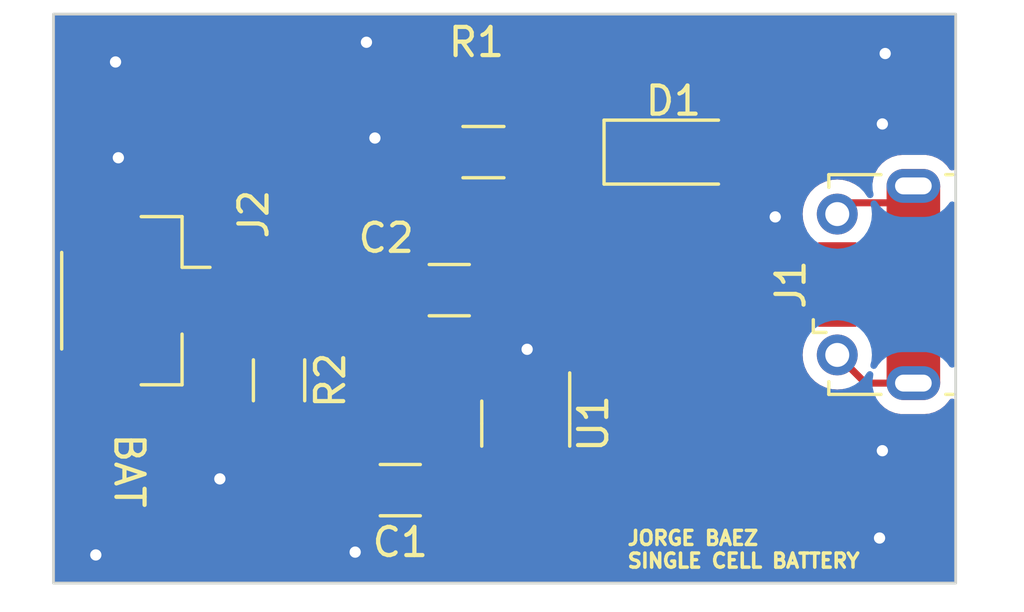
<source format=kicad_pcb>
(kicad_pcb (version 20221018) (generator pcbnew)
  (layers (0 "F.Cu" signal) (31 "B.Cu" signal) (34 "B.Paste" user) (35 "F.Paste" user) (36 "B.SilkS" user "B.Silkscreen") (37 "F.SilkS" user "F.Silkscreen") (38 "B.Mask" user) (39 "F.Mask" user) (44 "Edge.Cuts" user))
  (net 0 "")
  (net 1 "VBUS")
  (net 2 "GND")
  (net 3 "V_BATT")
  (net 4 "Net-(D1-K)")
  (net 8 "Net-(U1-STAT)")
  (net 9 "Net-(U1-PROG)")
  (net 10 "unconnected-(J1-Shield-Pad6)")
  (footprint "Connector_USB:USB_Micro-B_Molex-105017-0001" (layer "F.Cu") (at 166.5625 101.9 90)
    (fp_text reference "J1" (at 0 -3.1125 90) (layer "F.SilkS"))
    (fp_text value "USB_B_Micro")
    (fp_line (start -3.9 -1.7625) (end -3.45 -1.7625) (stroke (width 0.12)) (layer "F.SilkS"))
    (fp_line (start -3.9 0.0875) (end -3.9 -1.7625) (stroke (width 0.12)) (layer "F.SilkS"))
    (fp_line (start -3.9 2.6375) (end -3.9 2.3875) (stroke (width 0.12)) (layer "F.SilkS"))
    (fp_line (start -1.7 -2.3125) (end -1.7 -1.8625) (stroke (width 0.12)) (layer "F.SilkS"))
    (fp_line (start -1.7 -2.3125) (end -1.25 -2.3125) (stroke (width 0.12)) (layer "F.SilkS"))
    (fp_line (start 3.9 -1.7625) (end 3.45 -1.7625) (stroke (width 0.12)) (layer "F.SilkS"))
    (fp_line (start 3.9 0.0875) (end 3.9 -1.7625) (stroke (width 0.12)) (layer "F.SilkS"))
    (fp_line (start 3.9 2.6375) (end 3.9 2.3875) (stroke (width 0.12)) (layer "F.SilkS"))
    (pad "1" smd rect (at -1.3 -1.4625 90) (size 0.4 1.35) (layers "F.Cu" "F.Paste" "F.Mask") (net 1 "VBUS"))
    (pad "2" smd rect (at -0.65 -1.4625 90) (size 0.4 1.35) (layers "F.Cu" "F.Paste" "F.Mask"))
    (pad "3" smd rect (at 0 -1.4625 90) (size 0.4 1.35) (layers "F.Cu" "F.Paste" "F.Mask"))
    (pad "4" smd rect (at 0.65 -1.4625 90) (size 0.4 1.35) (layers "F.Cu" "F.Paste" "F.Mask"))
    (pad "5" smd rect (at 1.3 -1.4625 90) (size 0.4 1.35) (layers "F.Cu" "F.Paste" "F.Mask") (net 2 "GND"))
    (pad "6" thru_hole oval (at -3.5 1.2375 270) (size 1.2 1.9) (drill oval 0.6 1.3) (layers "*.Cu" "*.Mask") (net 10 "unconnected-(J1-Shield-Pad6)"))
    (pad "6" smd rect (at -2.9 1.2375 90) (size 1.2 1.9) (layers "F.Cu" "F.Mask") (net 10 "unconnected-(J1-Shield-Pad6)"))
    (pad "6" thru_hole circle (at -2.5 -1.4625 90) (size 1.45 1.45) (drill 0.85) (layers "*.Cu" "*.Mask") (net 10 "unconnected-(J1-Shield-Pad6)"))
    (pad "6" smd rect (at -1 1.2375 90) (size 1.5 1.9) (layers "F.Cu" "F.Paste" "F.Mask") (net 10 "unconnected-(J1-Shield-Pad6)"))
    (pad "6" smd rect (at 1 1.2375 90) (size 1.5 1.9) (layers "F.Cu" "F.Paste" "F.Mask") (net 10 "unconnected-(J1-Shield-Pad6)"))
    (pad "6" thru_hole circle (at 2.5 -1.4625 90) (size 1.45 1.45) (drill 0.85) (layers "*.Cu" "*.Mask") (net 10 "unconnected-(J1-Shield-Pad6)"))
    (pad "6" smd rect (at 2.9 1.2375 90) (size 1.2 1.9) (layers "F.Cu" "F.Mask") (net 10 "unconnected-(J1-Shield-Pad6)"))
    (pad "6" thru_hole oval (at 3.5 1.2375 90) (size 1.2 1.9) (drill oval 0.6 1.3) (layers "*.Cu" "*.Mask") (net 10 "unconnected-(J1-Shield-Pad6)"))
  )
  (footprint "Package_TO_SOT_SMD:SOT-23-5" (layer "F.Cu") (at 154.05 106.8375 -90)
    (fp_text reference "U1" (at 0 -2.4 90) (layer "F.SilkS"))
    (fp_text value "MCP73831-2-OT")
    (fp_line (start 0 -1.56) (end -1.8 -1.56) (stroke (width 0.12)) (layer "F.SilkS"))
    (fp_line (start 0 -1.56) (end 0.8 -1.56) (stroke (width 0.12)) (layer "F.SilkS"))
    (fp_line (start 0 1.56) (end -0.8 1.56) (stroke (width 0.12)) (layer "F.SilkS"))
    (fp_line (start 0 1.56) (end 0.8 1.56) (stroke (width 0.12)) (layer "F.SilkS"))
    (pad "1" smd roundrect (at -1.1375 -0.95 270) (size 1.325 0.6) (layers "F.Cu" "F.Paste" "F.Mask") (net 8 "Net-(U1-STAT)"))
    (pad "2" smd roundrect (at -1.1375 0 270) (size 1.325 0.6) (layers "F.Cu" "F.Paste" "F.Mask") (net 2 "GND"))
    (pad "3" smd roundrect (at -1.1375 0.95 270) (size 1.325 0.6) (layers "F.Cu" "F.Paste" "F.Mask") (net 3 "V_BATT"))
    (pad "4" smd roundrect (at 1.1375 0.95 270) (size 1.325 0.6) (layers "F.Cu" "F.Paste" "F.Mask") (net 1 "VBUS"))
    (pad "5" smd roundrect (at 1.1375 -0.95 270) (size 1.325 0.6) (layers "F.Cu" "F.Paste" "F.Mask") (net 9 "Net-(U1-PROG)"))
  )
  (footprint "Capacitor_SMD:C_1206_3216Metric_Pad1.33x1.80mm_HandSolder" (layer "F.Cu") (at 151.3375 102.1)
    (fp_text reference "C2" (at -2.2375 -1.85) (layer "F.SilkS"))
    (fp_text value "4.7uF")
    (fp_line (start -0.711252 -0.91) (end 0.711252 -0.91) (stroke (width 0.12)) (layer "F.SilkS"))
    (fp_line (start -0.711252 0.91) (end 0.711252 0.91) (stroke (width 0.12)) (layer "F.SilkS"))
    (pad "1" smd roundrect (at -1.5625 0) (size 1.325 1.8) (layers "F.Cu" "F.Paste" "F.Mask") (roundrect_rratio 0.188679) (net 3 "V_BATT"))
    (pad "2" smd roundrect (at 1.5625 0) (size 1.325 1.8) (layers "F.Cu" "F.Paste" "F.Mask") (roundrect_rratio 0.188679) (net 2 "GND"))
  )
  (footprint "Connector_JST:JST_GH_SM02B-GHS-TB_1x02-1MP_P1.25mm_Horizontal" (layer "F.Cu") (at 140.15 102.475 -90)
    (fp_text reference "J2" (at -3.075 -4.25 90) (layer "F.SilkS"))
    (fp_text value "Conn_01x02")
    (fp_line (start -2.985 -1.71) (end -1.185 -1.71) (stroke (width 0.12)) (layer "F.SilkS"))
    (fp_line (start -2.985 -0.26) (end -2.985 -1.71) (stroke (width 0.12)) (layer "F.SilkS"))
    (fp_line (start -1.715 2.56) (end 1.715 2.56) (stroke (width 0.12)) (layer "F.SilkS"))
    (fp_line (start -1.185 -1.71) (end -1.185 -2.7) (stroke (width 0.12)) (layer "F.SilkS"))
    (fp_line (start 2.985 -1.71) (end 1.185 -1.71) (stroke (width 0.12)) (layer "F.SilkS"))
    (fp_line (start 2.985 -0.26) (end 2.985 -1.71) (stroke (width 0.12)) (layer "F.SilkS"))
    (pad "1" smd roundrect (at -0.625 -1.85 270) (size 0.6 1.7) (layers "F.Cu" "F.Paste" "F.Mask") (net 3 "V_BATT"))
    (pad "2" smd roundrect (at 0.625 -1.85 270) (size 0.6 1.7) (layers "F.Cu" "F.Paste" "F.Mask") (net 2 "GND"))
    (pad "MP" smd roundrect (at -2.475 1.35 270) (size 1 2.7) (layers "F.Cu" "F.Paste" "F.Mask"))
    (pad "MP" smd roundrect (at 2.475 1.35 270) (size 1 2.7) (layers "F.Cu" "F.Paste" "F.Mask"))
  )
  (footprint "LED_SMD:LED_1206_3216Metric_Pad1.42x1.75mm_HandSolder" (layer "F.Cu") (at 159.2875 97.2)
    (fp_text reference "D1" (at 0 -1.82) (layer "F.SilkS"))
    (fp_text value "LED")
    (fp_line (start -2.46 -1.135) (end -2.46 1.135) (stroke (width 0.12)) (layer "F.SilkS"))
    (fp_line (start -2.46 1.135) (end 1.6 1.135) (stroke (width 0.12)) (layer "F.SilkS"))
    (fp_line (start 1.6 -1.135) (end -2.46 -1.135) (stroke (width 0.12)) (layer "F.SilkS"))
    (pad "1" smd roundrect (at -1.4875 0) (size 1.425 1.75) (layers "F.Cu" "F.Paste" "F.Mask") (roundrect_rratio 0.175439) (net 4 "Net-(D1-K)"))
    (pad "2" smd roundrect (at 1.4875 0) (size 1.425 1.75) (layers "F.Cu" "F.Paste" "F.Mask") (roundrect_rratio 0.175439) (net 1 "VBUS"))
  )
  (footprint "Capacitor_SMD:C_1206_3216Metric_Pad1.33x1.80mm_HandSolder" (layer "F.Cu") (at 149.6 109.2 180)
    (fp_text reference "C1" (at 0 -1.85) (layer "F.SilkS"))
    (fp_text value "4.7uF")
    (fp_line (start -0.711252 -0.91) (end 0.711252 -0.91) (stroke (width 0.12)) (layer "F.SilkS"))
    (fp_line (start -0.711252 0.91) (end 0.711252 0.91) (stroke (width 0.12)) (layer "F.SilkS"))
    (pad "1" smd roundrect (at -1.5625 0 180) (size 1.325 1.8) (layers "F.Cu" "F.Paste" "F.Mask") (roundrect_rratio 0.188679) (net 1 "VBUS"))
    (pad "2" smd roundrect (at 1.5625 0 180) (size 1.325 1.8) (layers "F.Cu" "F.Paste" "F.Mask") (roundrect_rratio 0.188679) (net 2 "GND"))
  )
  (footprint "Resistor_SMD:R_1206_3216Metric_Pad1.30x1.75mm_HandSolder" (layer "F.Cu") (at 152.55 97.2)
    (fp_text reference "R1" (at -0.25 -3.9) (layer "F.SilkS"))
    (fp_text value "1k")
    (fp_line (start -0.727064 -0.91) (end 0.727064 -0.91) (stroke (width 0.12)) (layer "F.SilkS"))
    (fp_line (start -0.727064 0.91) (end 0.727064 0.91) (stroke (width 0.12)) (layer "F.SilkS"))
    (pad "1" smd roundrect (at -1.55 0) (size 1.3 1.75) (layers "F.Cu" "F.Paste" "F.Mask") (roundrect_rratio 0.192308) (net 4 "Net-(D1-K)"))
    (pad "2" smd roundrect (at 1.55 0) (size 1.3 1.75) (layers "F.Cu" "F.Paste" "F.Mask") (roundrect_rratio 0.192308) (net 8 "Net-(U1-STAT)"))
  )
  (footprint "Resistor_SMD:R_1206_3216Metric_Pad1.30x1.75mm_HandSolder" (layer "F.Cu") (at 145.3 105.3 -90)
    (fp_text reference "R2" (at 0 -1.82 90) (layer "F.SilkS"))
    (fp_text value "2k")
    (fp_line (start -0.727064 -0.91) (end 0.727064 -0.91) (stroke (width 0.12)) (layer "F.SilkS"))
    (fp_line (start -0.727064 0.91) (end 0.727064 0.91) (stroke (width 0.12)) (layer "F.SilkS"))
    (pad "1" smd roundrect (at -1.55 0 270) (size 1.3 1.75) (layers "F.Cu" "F.Paste" "F.Mask") (roundrect_rratio 0.192308) (net 9 "Net-(U1-PROG)"))
    (pad "2" smd roundrect (at 1.55 0 270) (size 1.3 1.75) (layers "F.Cu" "F.Paste" "F.Mask") (roundrect_rratio 0.192308) (net 2 "GND"))
  )
  (gr_poly (pts (xy 137.3 92.3) (xy 169.3 92.3) (xy 169.3 112.5) (xy 137.3 112.5)) (stroke (width 0.1)) (fill none) (layer "Edge.Cuts"))
  (gr_text "BAT" (at 139.4 107.1 -90) (layer "F.SilkS") (effects (font (size 1 1)) (justify left bottom)))
  (gr_text "JORGE BAEZ \nSINGLE CELL BATTERY" (at 157.6 112) (layer "F.SilkS") (effects (font (size 0.5 0.5) (thickness 0.125)) (justify left bottom)))
  (segment (start 160.775 99.8) (end 160.775 97.2) (width 0.25) (layer "F.Cu") (net 1))
  (segment (start 165.1 103.2) (end 164.175 103.2) (width 0.25) (layer "F.Cu") (net 1))
  (segment (start 164.175 103.2) (end 160.775 99.8) (width 0.25) (layer "F.Cu") (net 1))
  (segment (start 154.1 104.2) (end 154.1 105.265749) (width 0.25) (layer "F.Cu") (net 2))
  (segment (start 165.1 100.6) (end 164 100.6) (width 0.25) (layer "F.Cu") (net 2))
  (segment (start 164 100.6) (end 162.9 99.5) (width 0.25) (layer "F.Cu") (net 2))
  (segment (start 142 103.1) (end 145.3 106.4) (width 0.25) (layer "F.Cu") (net 2))
  (segment (start 145.3 106.4) (end 145.3 106.85) (width 0.25) (layer "F.Cu") (net 2))
  (segment (start 154.05 105.315749) (end 154.05 105.7) (width 0.25) (layer "F.Cu") (net 2))
  (segment (start 154.1 105.265749) (end 154.05 105.315749) (width 0.25) (layer "F.Cu") (net 2))
  (via (at 143.2 108.8) (size 0.8) (drill 0.4) (layers "F.Cu" "B.Cu") (net 2))
  (via (at 166.8 93.7) (size 0.8) (drill 0.4) (layers "F.Cu" "B.Cu") (net 2))
  (via (at 166.7 96.2) (size 0.8) (drill 0.4) (layers "F.Cu" "B.Cu") (net 2))
  (via (at 166.7 107.8) (size 0.8) (drill 0.4) (layers "F.Cu" "B.Cu") (net 2))
  (via (at 138.8 111.5) (size 0.8) (drill 0.4) (layers "F.Cu" "B.Cu") (net 2))
  (via (at 166.6 110.9) (size 0.8) (drill 0.4) (layers "F.Cu" "B.Cu") (net 2))
  (via (at 162.9 99.5) (size 0.8) (drill 0.4) (layers "F.Cu" "B.Cu") (net 2))
  (via (at 139.6 97.4) (size 0.8) (drill 0.4) (layers "F.Cu" "B.Cu") (net 2))
  (via (at 148 111.4) (size 0.8) (drill 0.4) (layers "F.Cu" "B.Cu") (net 2))
  (via (at 154.1 104.2) (size 0.8) (drill 0.4) (layers "F.Cu" "B.Cu") (net 2))
  (via (at 148.4 93.3) (size 0.8) (drill 0.4) (layers "F.Cu" "B.Cu") (net 2))
  (via (at 139.5 94) (size 0.8) (drill 0.4) (layers "F.Cu" "B.Cu") (net 2))
  (via (at 148.7 96.7) (size 0.8) (drill 0.4) (layers "F.Cu" "B.Cu") (net 2))
  (segment (start 142.15 102) (end 142 101.85) (width 0.25) (layer "F.Cu") (net 3))
  (segment (start 149.775 102.1) (end 149.675 102) (width 0.25) (layer "F.Cu") (net 3))
  (segment (start 156.6 96) (end 152.2 96) (width 0.25) (layer "F.Cu") (net 4))
  (segment (start 152.2 96) (end 151 97.2) (width 0.25) (layer "F.Cu") (net 4))
  (segment (start 157.8 97.2) (end 156.6 96) (width 0.25) (layer "F.Cu") (net 4))
  (segment (start 154.1 98.5) (end 154.1 97.2) (width 0.25) (layer "F.Cu") (net 8))
  (segment (start 155 99.4) (end 154.1 98.5) (width 0.25) (layer "F.Cu") (net 8))
  (segment (start 155 105.7) (end 155 99.4) (width 0.25) (layer "F.Cu") (net 8))
  (segment (start 155 107.975) (end 154.0125 106.9875) (width 0.25) (layer "F.Cu") (net 9))
  (segment (start 154.0125 106.9875) (end 148.5375 106.9875) (width 0.25) (layer "F.Cu") (net 9))
  (segment (start 148.5375 106.9875) (end 145.3 103.75) (width 0.25) (layer "F.Cu") (net 9))
  (segment (start 167.8 105.4) (end 166.1 105.4) (width 0.25) (layer "F.Cu") (net 10))
  (segment (start 166.1 105.4) (end 165.1 104.4) (width 0.25) (layer "F.Cu") (net 10))
  (segment (start 167.8 99) (end 165.5 99) (width 0.25) (layer "F.Cu") (net 10))
  (segment (start 167.8 98.4) (end 167.8 105.4) (width 0.25) (layer "F.Cu") (net 10))
  (segment (start 165.5 99) (end 165.1 99.4) (width 0.25) (layer "F.Cu") (net 10))
  (zone (net 3) (net_name "V_BATT") (layer "F.Cu") (priority 2) (connect_pads yes (clearance 0.5)) (min_thickness 0.25) (fill yes (thermal_gap 0.5) (thermal_bridge_width 0.5))
    (polygon (pts (xy 153.5 106.4) (xy 153.5 104.7) (xy 152.2 103.4) (xy 151.1 103.4) (xy 151 103.3) (xy 151 100.9) (xy 140.9 100.9) (xy 140.8 101) (xy 140.8 102.3) (xy 148 102.3) (xy 148.1 102.2) (xy 148.1 103.2) (xy 149.2 104.3) (xy 150.3 104.3) (xy 151.9 105.9) (xy 151.9 106.3) (xy 152 106.4)))
  )
  (zone (net 1) (net_name "VBUS") (layer "F.Cu") (priority 1) (connect_pads yes (clearance 0.5)) (min_thickness 0.25) (fill yes (thermal_gap 0.5) (thermal_bridge_width 0.5))
    (polygon (pts (xy 150.2 107.85546) (xy 159.58762 100.553683) (xy 159.53679 94.2) (xy 162.7 94.2) (xy 161.8 93.3) (xy 161.8 110.2) (xy 150 110.2)))
  )
  (zone (net 2) (net_name "GND") (layers "F&B.Cu") (connect_pads (clearance 0.5)) (min_thickness 0.25) (fill yes (thermal_gap 0.5) (thermal_bridge_width 0.5))
    (polygon (pts (xy 169.800007 91.998193) (xy 169.716631 112.819796) (xy 138.870328 113.144016) (xy 136.434283 112.100661) (xy 136.9 91.8)))
  )
)
</source>
